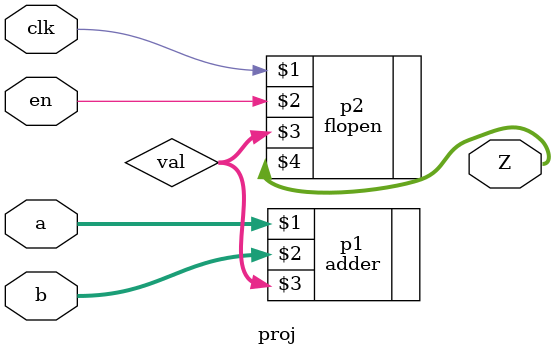
<source format=sv>
module proj (input logic clk, en,
	     input logic [7:0] a, b, 
	     output logic [7:0] Z);
   
   logic [7:0] val;   

   adder #(8) p1(a, b, val);
   flopen #(8) p2(clk, en, val, Z);

endmodule // proj


   
</source>
